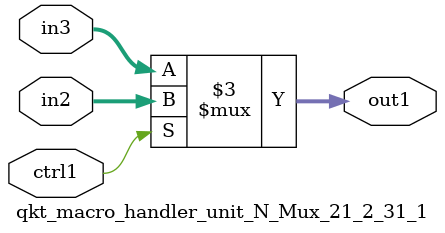
<source format=v>

`timescale 1ps / 1ps


module qkt_macro_handler_unit_N_Mux_21_2_31_1( in3, in2, ctrl1, out1 );

    input [20:0] in3;
    input [20:0] in2;
    input ctrl1;
    output [20:0] out1;
    reg [20:0] out1;

    
    // rtl_process:qkt_macro_handler_unit_N_Mux_21_2_31_1/qkt_macro_handler_unit_N_Mux_21_2_31_1_thread_1
    always @*
      begin : qkt_macro_handler_unit_N_Mux_21_2_31_1_thread_1
        case (ctrl1) 
          1'b1: 
            begin
              out1 = in2;
            end
          default: 
            begin
              out1 = in3;
            end
        endcase
      end

endmodule


</source>
